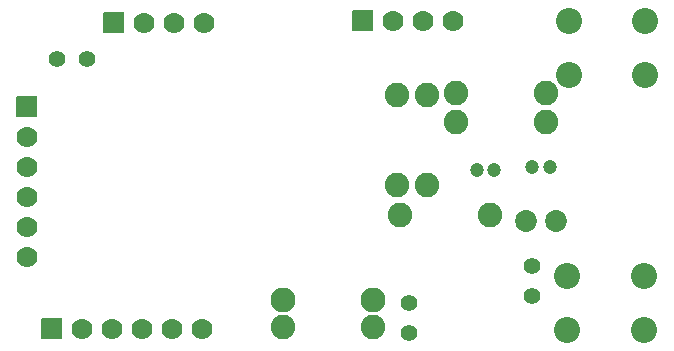
<source format=gbs>
G04 Layer: BottomSolderMaskLayer*
G04 EasyEDA v6.5.48, 2025-03-08 11:51:36*
G04 8fe2fb576d564ac8881881e7cade559e,369c048249c94b259d5cf78f180de413,10*
G04 Gerber Generator version 0.2*
G04 Scale: 100 percent, Rotated: No, Reflected: No *
G04 Dimensions in millimeters *
G04 leading zeros omitted , absolute positions ,4 integer and 5 decimal *
%FSLAX45Y45*%
%MOMM*%

%AMMACRO1*4,1,8,-0.8296,-0.889,-0.889,-0.8293,-0.889,0.8296,-0.8296,0.889,0.8293,0.889,0.889,0.8296,0.889,-0.8293,0.8293,-0.889,-0.8296,-0.889,0*%
%ADD10C,1.7780*%
%ADD11MACRO1*%
%ADD12C,2.0828*%
%ADD13C,2.1082*%
%ADD14C,1.3970*%
%ADD15C,1.2032*%
%ADD16C,2.2032*%
%ADD17C,1.8542*%

%LPD*%
D10*
G01*
X1422400Y-4343400D03*
G01*
X1422400Y-4089400D03*
G01*
X1422400Y-3835400D03*
G01*
X1422400Y-3581400D03*
G01*
X1422400Y-3327400D03*
D11*
G01*
X1422400Y-3073400D03*
D10*
G01*
X2908300Y-4953000D03*
G01*
X2654300Y-4953000D03*
G01*
X2400300Y-4953000D03*
G01*
X2146300Y-4953000D03*
G01*
X1892300Y-4953000D03*
D11*
G01*
X1638300Y-4953000D03*
D12*
G01*
X4813300Y-3733800D03*
G01*
X4813300Y-2971800D03*
D13*
G01*
X3594100Y-4711700D03*
G01*
X4356100Y-4711700D03*
D14*
G01*
X5702300Y-4673600D03*
G01*
X5702300Y-4419600D03*
D12*
G01*
X5054600Y-3200400D03*
G01*
X5816600Y-3200400D03*
G01*
X5054600Y-2959100D03*
G01*
X5816600Y-2959100D03*
G01*
X4559300Y-2971800D03*
G01*
X4559300Y-3733800D03*
G01*
X4356100Y-4940300D03*
G01*
X3594100Y-4940300D03*
G01*
X5346700Y-3987800D03*
G01*
X4584700Y-3987800D03*
D14*
G01*
X1930400Y-2667000D03*
G01*
X1676400Y-2667000D03*
D15*
G01*
X5383656Y-3606800D03*
G01*
X5233543Y-3606800D03*
D14*
G01*
X4660900Y-4737100D03*
G01*
X4660900Y-4991100D03*
D15*
G01*
X5853556Y-3581400D03*
G01*
X5703443Y-3581400D03*
D16*
G01*
X5999606Y-4962093D03*
G01*
X6649593Y-4962093D03*
G01*
X6649593Y-4512106D03*
G01*
X5999606Y-4512106D03*
G01*
X6012306Y-2803093D03*
G01*
X6662293Y-2803093D03*
G01*
X6662293Y-2353106D03*
G01*
X6012306Y-2353106D03*
D17*
G01*
X5651500Y-4038600D03*
G01*
X5905500Y-4038600D03*
D11*
G01*
X2159000Y-2362200D03*
D10*
G01*
X2413000Y-2362200D03*
G01*
X2667000Y-2362200D03*
G01*
X2921000Y-2362200D03*
D11*
G01*
X4267200Y-2349500D03*
D10*
G01*
X4521200Y-2349500D03*
G01*
X4775200Y-2349500D03*
G01*
X5029200Y-2349500D03*
M02*

</source>
